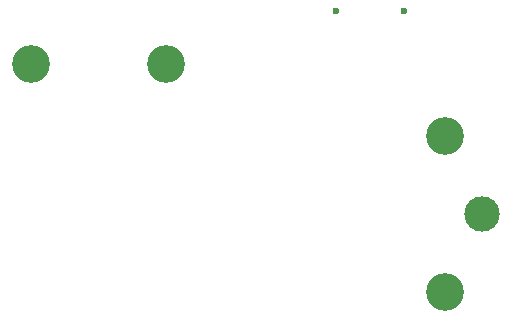
<source format=gbr>
%TF.GenerationSoftware,KiCad,Pcbnew,(6.0.8)*%
%TF.CreationDate,2023-02-19T19:21:13+03:00*%
%TF.ProjectId,ESP32-GATEWAY_Rev_G,45535033-322d-4474-9154-455741595f52,0*%
%TF.SameCoordinates,PX4260300PY8558f68*%
%TF.FileFunction,NonPlated,1,2,NPTH,Drill*%
%TF.FilePolarity,Positive*%
%FSLAX46Y46*%
G04 Gerber Fmt 4.6, Leading zero omitted, Abs format (unit mm)*
G04 Created by KiCad (PCBNEW (6.0.8)) date 2023-02-19 19:21:13*
%MOMM*%
%LPD*%
G01*
G04 APERTURE LIST*
%TA.AperFunction,ComponentDrill*%
%ADD10C,0.600000*%
%TD*%
%TA.AperFunction,ComponentDrill*%
%ADD11C,3.000000*%
%TD*%
%TA.AperFunction,ComponentDrill*%
%ADD12C,3.200000*%
%TD*%
G04 APERTURE END LIST*
D10*
%TO.C,U7*%
X52085000Y65920000D03*
X57865000Y65920000D03*
D11*
%TO.C,REF\u002A\u002A*%
X64465000Y48800000D03*
D12*
%TO.C,LAN1*%
X26285000Y61466000D03*
X37715000Y61466000D03*
%TO.C,J1*%
X61365000Y55400000D03*
X61365000Y42200000D03*
M02*

</source>
